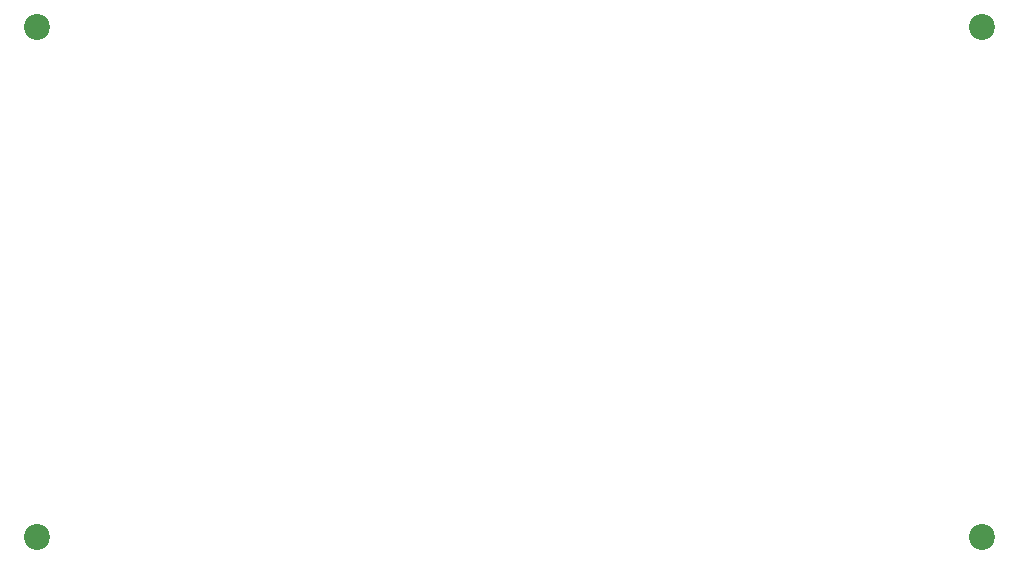
<source format=gbr>
%TF.GenerationSoftware,KiCad,Pcbnew,9.0.0*%
%TF.CreationDate,2025-03-26T13:51:13-07:00*%
%TF.ProjectId,tag_v2,7461675f-7632-42e6-9b69-6361645f7063,v0.4*%
%TF.SameCoordinates,Original*%
%TF.FileFunction,NonPlated,1,2,NPTH,Drill*%
%TF.FilePolarity,Positive*%
%FSLAX46Y46*%
G04 Gerber Fmt 4.6, Leading zero omitted, Abs format (unit mm)*
G04 Created by KiCad (PCBNEW 9.0.0) date 2025-03-26 13:51:13*
%MOMM*%
%LPD*%
G01*
G04 APERTURE LIST*
%TA.AperFunction,ComponentDrill*%
%ADD10C,2.200000*%
%TD*%
G04 APERTURE END LIST*
D10*
%TO.C,REF\u002A\u002A*%
X106680000Y-81280000D03*
X106680000Y-124460000D03*
X186690000Y-81280000D03*
X186690000Y-124460000D03*
M02*

</source>
